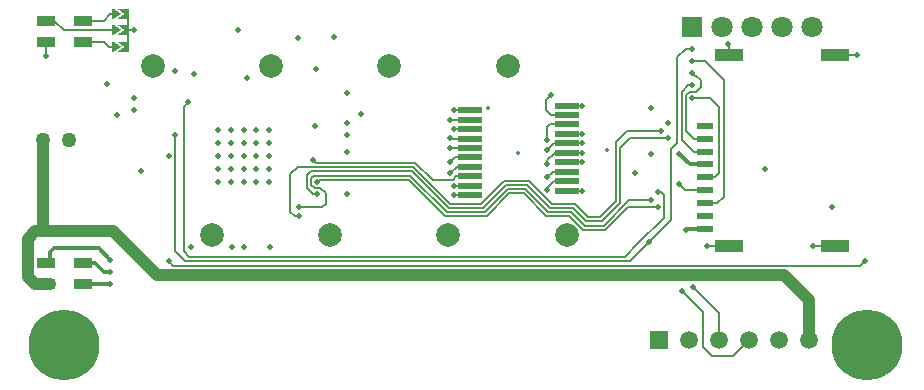
<source format=gtl>
G04*
G04 #@! TF.GenerationSoftware,Altium Limited,Altium Designer,22.8.2 (66)*
G04*
G04 Layer_Physical_Order=1*
G04 Layer_Color=255*
%FSLAX44Y44*%
%MOMM*%
G71*
G04*
G04 #@! TF.SameCoordinates,69D5640E-4D3D-4872-97FD-B36DD4CC5FE0*
G04*
G04*
G04 #@! TF.FilePolarity,Positive*
G04*
G01*
G75*
%ADD11C,0.2000*%
%ADD12C,0.3000*%
%ADD14R,2.0000X0.5000*%
%ADD15R,2.4000X1.1200*%
%ADD16R,1.4000X0.6200*%
%ADD17R,1.5000X0.9000*%
%AMCUSTOMSHAPE33*
4,1,5,0.0952,0.4064,0.0952,-0.4064,-0.9144,-0.4064,-0.3048,0.0000,-0.8636,0.4064,0.0952,0.4064,0.0*%
%ADD33CUSTOMSHAPE33*%

%AMCUSTOMSHAPE34*
4,1,5,0.0508,0.4064,0.6096,0.0000,0.0000,-0.4064,-0.2032,-0.4064,-0.2032,0.4064,0.0508,0.4064,0.0*%
%ADD34CUSTOMSHAPE34*%

%ADD35C,1.0000*%
%ADD36C,2.0000*%
%ADD37C,1.5000*%
%ADD38R,1.8000X1.8000*%
%ADD39C,1.8000*%
%ADD40R,1.5000X1.5000*%
%ADD41C,6.0000*%
%ADD42C,0.3500*%
%ADD43C,0.5000*%
%ADD44C,1.2700*%
D11*
X926084Y870458D02*
X928148Y868394D01*
X1012380D01*
X1140580Y884740D02*
X1153610D01*
X1140580Y876740D02*
X1140648Y876808D01*
X1153414D01*
X1124204Y887476D02*
Y898144D01*
X1126800Y900740D01*
X1140580D01*
X1123188Y921258D02*
X1127252Y925322D01*
X1123188Y912622D02*
Y921258D01*
Y912622D02*
X1127070Y908740D01*
X1140580D01*
X1130108Y852740D02*
X1140580D01*
X1124204Y846836D02*
X1130108Y852740D01*
X1124204Y844790D02*
Y846836D01*
Y856096D02*
X1128848Y860740D01*
X1140580D01*
X1124204Y867403D02*
Y870458D01*
X1130486Y876740D01*
X1140580D01*
X1124204Y878709D02*
X1130234Y884740D01*
X1140580D01*
X1087882Y852932D02*
X1108710D01*
X1128110Y833532D02*
X1147379D01*
X1108710Y852932D02*
X1128110Y833532D01*
X1068482D02*
X1087882Y852932D01*
X1070038Y830008D02*
X1089406Y849376D01*
X1107186D02*
X1126554Y830008D01*
X1089406Y849376D02*
X1107186D01*
X1126554Y830008D02*
X1144842D01*
X1071498Y826484D02*
X1090834Y845820D01*
X1105662D01*
X1124998Y826484D01*
X1143286D01*
X1072957Y822960D02*
X1092261Y842264D01*
X1104138D01*
X1123442Y822960D01*
X1143000D01*
X1169005Y822102D02*
X1182370Y835467D01*
Y885698D01*
X1161192Y822102D02*
X1169005D01*
X1158809D02*
X1161192D01*
X1147379Y833532D02*
X1158809Y822102D01*
X1144842Y830008D02*
X1145919D01*
X1157349Y818578D02*
X1170464D01*
X1145919Y830008D02*
X1157349Y818578D01*
X1170464D02*
X1185894Y834008D01*
Y880586D01*
X1193800Y836930D02*
X1212088D01*
X1155890Y815054D02*
X1171924D01*
X1193800Y836930D01*
X1192340Y830390D02*
X1217930D01*
X1154430Y811530D02*
X1173480D01*
X1192340Y830390D01*
X1144460Y826484D02*
X1155890Y815054D01*
X1143286Y826484D02*
X1144460D01*
X1143000Y822960D02*
X1154430Y811530D01*
X1037590Y822960D02*
X1072957D01*
X1069054Y826484D02*
X1071498D01*
X1039050D02*
X1069054D01*
X1040702Y830008D02*
X1070038D01*
X1042258Y833532D02*
X1068482D01*
X1192062Y895390D02*
X1220176D01*
X1220470Y895096D01*
X1182370Y885698D02*
X1192062Y895390D01*
X1257554Y954532D02*
X1273810Y938276D01*
X1247140Y954532D02*
X1257554D01*
X1273810Y839470D02*
Y938276D01*
X1247140Y944118D02*
X1249553Y941705D01*
X1250315D01*
X1249808Y928498D02*
X1253998Y932688D01*
X1250315Y941705D02*
X1253998Y938022D01*
Y932688D02*
Y938022D01*
X1244728Y928498D02*
X1249808D01*
X1242060Y925830D02*
X1244728Y928498D01*
X1243584Y933704D02*
X1247140D01*
X1238250Y928370D02*
X1243584Y933704D01*
X1241806Y964946D02*
X1246886D01*
X1234440Y957580D02*
X1241806Y964946D01*
X1242060Y895350D02*
Y925830D01*
X1012380Y868394D02*
X1027080Y853694D01*
X1044194D02*
X1047240Y856740D01*
X1027080Y853694D02*
X1044194D01*
X1247648Y763016D02*
X1269370Y741294D01*
Y718180D02*
Y741294D01*
X1256030Y712470D02*
Y741680D01*
X1238250Y759460D02*
X1256030Y741680D01*
X1185894Y880586D02*
X1194308Y889000D01*
X1226820D01*
X808990Y793496D02*
Y891540D01*
Y793496D02*
X817626Y784860D01*
X816300Y793298D02*
Y891745D01*
Y793298D02*
X821214Y788384D01*
X816300Y891745D02*
Y915360D01*
X820420Y919480D01*
X926592Y857250D02*
X1008284D01*
X924560Y849714D02*
Y855218D01*
X926592Y857250D01*
X927184Y847090D02*
X932180D01*
X924560Y849714D02*
X927184Y847090D01*
X924052Y861060D02*
X1009650D01*
X920750Y857758D02*
X924052Y861060D01*
X920750Y847163D02*
Y857758D01*
X821214Y788384D02*
X1189704D01*
Y788384D02*
X1201420Y800100D01*
X817626Y784860D02*
X1194320D01*
X1210570Y801110D02*
X1229360Y819900D01*
X1270000Y859790D02*
Y915670D01*
X1262380Y923290D02*
X1270000Y915670D01*
X1247140Y923290D02*
X1262380D01*
X1234440Y884820D02*
Y957580D01*
X1238250Y887730D02*
Y928370D01*
X807720Y781050D02*
X1389380D01*
X803910Y784860D02*
X807720Y781050D01*
X1389380D02*
X1393190Y784860D01*
X1006824Y853726D02*
X1037590Y822960D01*
X1256030Y712470D02*
X1263650Y704850D01*
X1281440D02*
X1294770Y718180D01*
X1263650Y704850D02*
X1281440D01*
X1277620Y969010D02*
X1277790Y968840D01*
Y959490D02*
Y968840D01*
X1010920Y864870D02*
X1042258Y833532D01*
X1009650Y861060D02*
X1040702Y830008D01*
X1008284Y857250D02*
X1039050Y826484D01*
X913130Y864870D02*
X1010920D01*
X929640Y852170D02*
X931196Y853726D01*
X1006824D01*
X1367790Y959490D02*
X1386410D01*
X1259170Y797990D02*
X1277790D01*
X1349170D02*
X1367790D01*
X769366Y980440D02*
X774700D01*
X769366D02*
Y994410D01*
Y966470D02*
Y980440D01*
X1140580Y916740D02*
X1153610D01*
X1241070Y844790D02*
X1257790D01*
X1235970Y849890D02*
X1241070Y844790D01*
X1229360Y819900D02*
Y879740D01*
X1234440Y884820D01*
X1268130Y833790D02*
X1273810Y839470D01*
X1257790Y833790D02*
X1268130D01*
X1266000Y855790D02*
X1270000Y859790D01*
X1257790Y855790D02*
X1266000D01*
X1242060Y895350D02*
X1248620Y888790D01*
X1257790D01*
X1238250Y887730D02*
X1248190Y877790D01*
X1257790D01*
X1223010Y821690D02*
Y840740D01*
X1201420Y800100D02*
X1223010Y821690D01*
X1194320Y784860D02*
X1210310Y800850D01*
X906780Y826770D02*
X910590Y822960D01*
X914400D01*
X906780Y826770D02*
Y858520D01*
X1220360Y843390D02*
X1223010Y840740D01*
X1218040Y843390D02*
X1220360D01*
X932180Y847090D02*
X936590Y842680D01*
Y833720D02*
Y842680D01*
X933450Y830580D02*
X936590Y833720D01*
X920750Y847163D02*
X925903Y842010D01*
X929640D01*
X914400Y830580D02*
X933450D01*
X906780Y858520D02*
X913130Y864870D01*
X1210310Y800850D02*
X1210570Y801110D01*
X753110Y966470D02*
X757428D01*
X748970Y970610D02*
X753110Y966470D01*
X731182Y970610D02*
X748970D01*
X754380Y994410D02*
X757428D01*
X748580Y988610D02*
X754380Y994410D01*
X731182Y988610D02*
X748580D01*
X715010Y980440D02*
X757428D01*
X706840Y988610D02*
X715010Y980440D01*
X700182Y988610D02*
X706840D01*
X699770Y958850D02*
X700182Y959262D01*
Y970610D01*
X1047240Y856740D02*
X1058580D01*
X1042160Y904740D02*
X1058580D01*
X1042160Y859280D02*
X1047620Y864740D01*
X1058580D01*
X1042160Y868740D02*
X1046160Y872740D01*
X1058580D01*
X1042160Y880740D02*
X1058580D01*
X1042930Y888740D02*
X1058580D01*
X1042160Y889510D02*
X1042930Y888740D01*
X1045550Y840740D02*
X1058580D01*
X1045550Y848740D02*
X1058580D01*
X1045550Y912740D02*
X1058580D01*
X1045550Y896740D02*
X1058580D01*
X1140580Y868740D02*
X1153610D01*
X1140580Y844740D02*
X1153610D01*
X1140580Y892740D02*
X1153610D01*
D12*
X731182Y783810D02*
X741206D01*
X749046Y775970D02*
X754380D01*
X741206Y783810D02*
X749046Y775970D01*
X734574Y765810D02*
X754380D01*
X703320Y784064D02*
Y792728D01*
Y784064D02*
X703574Y783810D01*
X744728Y795782D02*
X754380Y786130D01*
X706374Y795782D02*
X744728D01*
X703320Y792728D02*
X706374Y795782D01*
X1242320Y811790D02*
X1257790D01*
X1242060Y811530D02*
X1242320Y811790D01*
X1244810Y866790D02*
X1257790D01*
X1235710Y875890D02*
X1244810Y866790D01*
D14*
X1140580Y916740D02*
D03*
Y908740D02*
D03*
Y900740D02*
D03*
Y892740D02*
D03*
Y884740D02*
D03*
X1058580Y840740D02*
D03*
Y848740D02*
D03*
Y856740D02*
D03*
Y864740D02*
D03*
Y872740D02*
D03*
Y880740D02*
D03*
Y888740D02*
D03*
Y896740D02*
D03*
Y904740D02*
D03*
X1140580Y876740D02*
D03*
Y868740D02*
D03*
Y860740D02*
D03*
Y852740D02*
D03*
Y844740D02*
D03*
X1058580Y912740D02*
D03*
D15*
X1367790Y959490D02*
D03*
X1277790D02*
D03*
X1367790Y797990D02*
D03*
X1277790D02*
D03*
D16*
X1257790Y866790D02*
D03*
Y811790D02*
D03*
Y833790D02*
D03*
Y844790D02*
D03*
Y855790D02*
D03*
Y877790D02*
D03*
Y888790D02*
D03*
Y822790D02*
D03*
Y899790D02*
D03*
D17*
X700182Y988610D02*
D03*
X731182Y970610D02*
D03*
Y988610D02*
D03*
X700182Y970610D02*
D03*
X731182Y783810D02*
D03*
Y765810D02*
D03*
X700182Y783810D02*
D03*
Y765810D02*
D03*
D33*
X769366Y994410D02*
D03*
Y966470D02*
D03*
Y980440D02*
D03*
D34*
X757428Y994410D02*
D03*
Y966470D02*
D03*
Y980440D02*
D03*
D35*
X690618Y765310D02*
X702820D01*
X684530Y771398D02*
X690618Y765310D01*
X684530Y771398D02*
Y803910D01*
X690880Y810260D01*
X697230D01*
X793750Y773430D02*
X813687D01*
X814550D02*
X814647Y773526D01*
X756920Y810260D02*
X793750Y773430D01*
X813687D02*
X814550D01*
X814647Y773526D02*
X1324514D01*
X1345570Y752470D01*
X697230Y810260D02*
X756920D01*
X697230D02*
Y887730D01*
X1345570Y718180D02*
Y752470D01*
D36*
X790580Y949990D02*
D03*
X890580D02*
D03*
X990580D02*
D03*
X1090580D02*
D03*
X1040580Y807490D02*
D03*
X1140580D02*
D03*
X940580D02*
D03*
X840580D02*
D03*
D37*
X1243970Y718180D02*
D03*
X1269370D02*
D03*
X1294770D02*
D03*
X1320170D02*
D03*
X1345570D02*
D03*
D38*
X1247140Y982980D02*
D03*
D39*
X1323340D02*
D03*
X1348740D02*
D03*
X1297940D02*
D03*
X1272540D02*
D03*
D40*
X1218570Y718180D02*
D03*
D41*
X1395010Y713740D02*
D03*
X715010D02*
D03*
D42*
X1073746Y914488D02*
D03*
X1099312Y876808D02*
D03*
X1174750Y878840D02*
D03*
D43*
X926084Y870458D02*
D03*
X780288Y861060D02*
D03*
X1153610Y884740D02*
D03*
X1153414Y876808D02*
D03*
X1127252Y925322D02*
D03*
X1124204Y887476D02*
D03*
Y856096D02*
D03*
X928370Y947674D02*
D03*
X943610Y974852D02*
D03*
X913130Y973582D02*
D03*
X862330Y980694D02*
D03*
X869950Y940308D02*
D03*
X824926Y943224D02*
D03*
X808990Y945642D02*
D03*
X760222Y908812D02*
D03*
X774446Y912876D02*
D03*
Y923036D02*
D03*
X751332Y934720D02*
D03*
X955040Y891540D02*
D03*
Y877570D02*
D03*
Y902335D02*
D03*
Y927100D02*
D03*
X1365250Y830580D02*
D03*
X1198880Y859536D02*
D03*
X1220470Y895350D02*
D03*
X1247140Y964946D02*
D03*
X1247648Y763016D02*
D03*
X1238250Y759460D02*
D03*
X1212088Y836930D02*
D03*
X927354Y899668D02*
D03*
X1124204Y844790D02*
D03*
Y878709D02*
D03*
Y867403D02*
D03*
X1153610Y892740D02*
D03*
Y844740D02*
D03*
Y868740D02*
D03*
X1045550Y896740D02*
D03*
Y912740D02*
D03*
Y848740D02*
D03*
Y840740D02*
D03*
X1042160Y868740D02*
D03*
Y880740D02*
D03*
Y889510D02*
D03*
Y904740D02*
D03*
Y859280D02*
D03*
X700182Y958850D02*
D03*
X1235710Y875890D02*
D03*
X1242060Y811530D02*
D03*
X914400Y822960D02*
D03*
Y830580D02*
D03*
X808990Y891540D02*
D03*
X1210570Y801110D02*
D03*
X820420Y919480D02*
D03*
X929640Y852170D02*
D03*
Y842010D02*
D03*
X1217930Y830390D02*
D03*
X1218040Y843390D02*
D03*
X754380Y786130D02*
D03*
Y775970D02*
D03*
Y765810D02*
D03*
X1212180Y875890D02*
D03*
Y914400D02*
D03*
X1393190Y784860D02*
D03*
X1247140Y944118D02*
D03*
Y933704D02*
D03*
Y923290D02*
D03*
Y954532D02*
D03*
X1235970Y849890D02*
D03*
X1226820Y901890D02*
D03*
X1153610Y916740D02*
D03*
X822960Y796890D02*
D03*
X803910Y873760D02*
D03*
X774700Y980440D02*
D03*
X1308660Y862890D02*
D03*
X1349170Y797990D02*
D03*
X1259170D02*
D03*
X1386410Y959490D02*
D03*
X955040Y842010D02*
D03*
X966470Y909320D02*
D03*
X889550Y796710D02*
D03*
X856940D02*
D03*
X867100D02*
D03*
X1226820Y889000D02*
D03*
X1277620Y969010D02*
D03*
X803910Y784860D02*
D03*
X889050Y896040D02*
D03*
X878050D02*
D03*
X867050D02*
D03*
X856050D02*
D03*
X845050D02*
D03*
X889050Y885040D02*
D03*
X878050D02*
D03*
X867050D02*
D03*
X856050D02*
D03*
X845050D02*
D03*
X889050Y874040D02*
D03*
X878050D02*
D03*
X867050D02*
D03*
X856050D02*
D03*
X845050D02*
D03*
X889050Y863040D02*
D03*
X878050D02*
D03*
X867050D02*
D03*
X856050D02*
D03*
X845050D02*
D03*
X889050Y852040D02*
D03*
X878050D02*
D03*
X867050D02*
D03*
X856050D02*
D03*
X845050D02*
D03*
D44*
X697230Y887290D02*
D03*
X719650D02*
D03*
M02*

</source>
